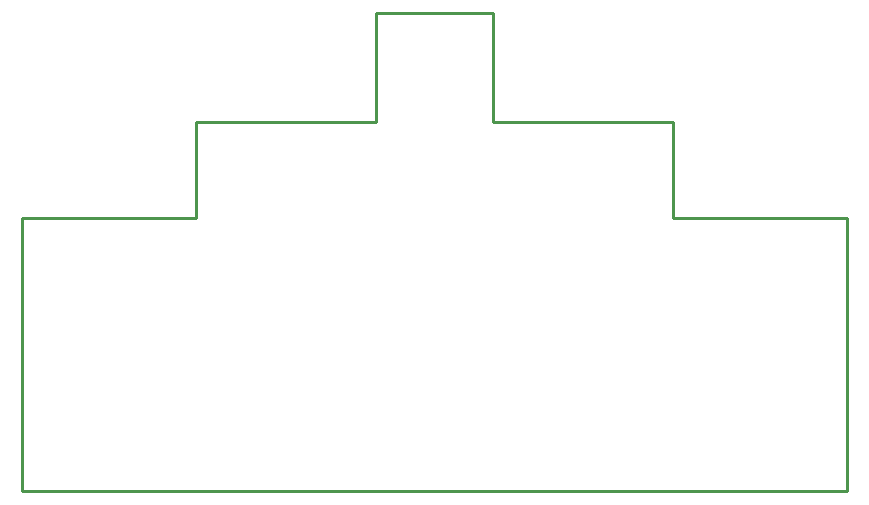
<source format=gbr>
G04 start of page 4 for group 2 idx 2 *
G04 Title: (unknown), outline *
G04 Creator: pcb 20110918 *
G04 CreationDate: Tue 28 Jun 2016 03:12:46 AM GMT UTC *
G04 For: railfan *
G04 Format: Gerber/RS-274X *
G04 PCB-Dimensions: 275000 250000 *
G04 PCB-Coordinate-Origin: lower left *
%MOIN*%
%FSLAX25Y25*%
%LNOUTLINE*%
%ADD34C,0.0100*%
G54D34*X58000Y91000D02*Y123000D01*
X118000Y159500D02*Y123000D01*
X157000Y159500D02*Y123000D01*
X118000Y159500D02*X157000D01*
X58000Y123000D02*X118000D01*
X0Y0D02*Y91000D01*
X58000D01*
X217000Y123000D02*Y91000D01*
X275000D02*X217000D01*
X157000Y123000D02*X217000D01*
X0Y0D02*X275000D01*
Y91000D01*
M02*

</source>
